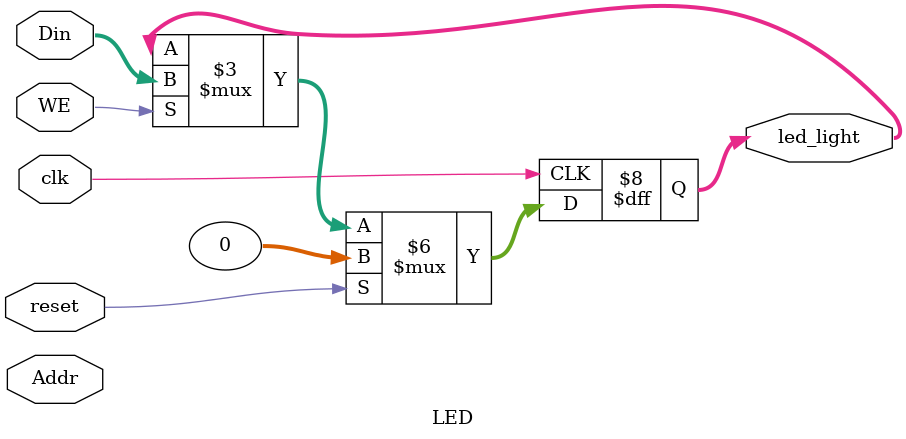
<source format=v>
`timescale 1ns / 1ps
module LED(
	 input clk,
    input reset,
    input [31:2] Addr,
    input WE,
    input [31:0] Din,
	 output reg [31:0] led_light
    );
	
	 initial begin
		led_light=32'd0;
	 end
	 
	 always @(posedge clk)begin
		if(reset)begin
			led_light<=32'd0;
		end
		else if(WE)begin
			led_light<=Din;
		end
		
	 end

endmodule

</source>
